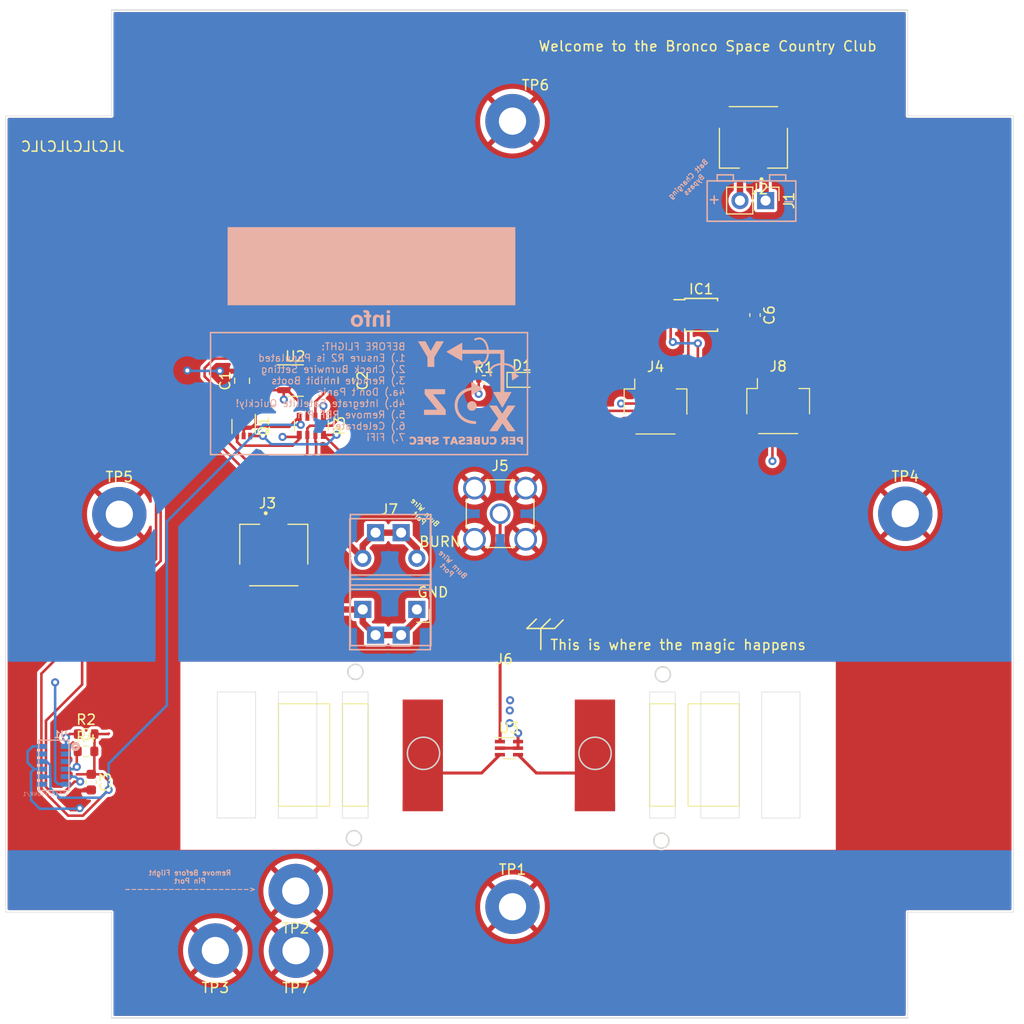
<source format=kicad_pcb>
(kicad_pcb (version 20221018) (generator pcbnew)
  (layers (0 "F.Cu" signal) (1 "In1.Cu" signal) (2 "In2.Cu" signal) (31 "B.Cu" signal) (34 "B.Paste" user) (35 "F.Paste" user) (36 "B.SilkS" user "B.Silkscreen") (37 "F.SilkS" user "F.Silkscreen") (38 "B.Mask" user) (39 "F.Mask" user) (44 "Edge.Cuts" user))
  (net 0 "")
  (net 1 "GND")
  (net 2 "SDA1")
  (net 3 "Net-(J5-In)")
  (net 4 "Net-(J6-tape_1)")
  (net 5 "Net-(J6-tape_2)")
  (net 6 "Net-(J3-Pin_1)")
  (net 7 "/BATT_NEG")
  (net 8 "+3V3")
  (net 9 "2.8V")
  (net 11 "Net-(D1-A)")
  (net 12 "/BATT_POS")
  (net 13 "Net-(J3-Pin_2)")
  (net 14 "/SCL_3V")
  (net 15 "/SDA_3V")
  (net 16 "SCL1")
  (net 17 "/GPIO")
  (net 18 "/XSHUT_2.8V")
  (footprint "Resistor_SMD:R_0603_1608Metric" (layer "F.Cu") (at 123.5208 135.7694)
    (fp_text reference "R4")
    (fp_text value "10K")
  )
  (footprint "Antenna_board:Burn_Wire" (layer "F.Cu") (at 154.4858 107.4844)
    (fp_text reference "J7")
    (fp_text value "~")
  )
  (footprint "RF_Converter:Balun_Johanson_0896BM15A0001" (layer "F.Cu") (at 165.4858 135.4494)
    (fp_text reference "U3")
    (fp_text value "0433BM15A0001")
  )
  (footprint "MountingHole:MountingHole_2.7mm_M2.5_Pad" (layer "F.Cu") (at 136.355798 155.5294 180)
    (fp_text reference "TP3")
    (fp_text value "TestPoint")
  )
  (footprint "Picolock2Pos:MOLEX_504050-0291" (layer "F.Cu") (at 189.740798 74.8494 180)
    (fp_text reference "J2")
    (fp_text value "Battery Charge Bypass")
  )
  (footprint "LED_SMD:LED_0603_1608Metric" (layer "F.Cu") (at 166.7783 98.9094)
    (fp_text reference "D1")
    (fp_text value "Blue")
  )
  (footprint "Connector_PinHeader_2.54mm:PinHeader_1x02_P2.54mm_Vertical" (layer "F.Cu") (at 190.9458 81.1194 -90)
    (fp_text reference "J1")
    (fp_text value "Battery Charge Bypass")
  )
  (footprint "Capacitor_SMD:C_0805_2012Metric" (layer "F.Cu") (at 149.2758 98.9894 -90)
    (fp_text reference "C2")
    (fp_text value "10uF")
  )
  (footprint "Capacitor_SMD:C_0805_2012Metric" (layer "F.Cu") (at 139.0058 98.9994 90)
    (fp_text reference "C1")
    (fp_text value "10uF")
  )
  (footprint "MountingHole:MountingHole_2.7mm_M2.5_Pad" (layer "F.Cu") (at 144.3558 155.5494 180)
    (fp_text reference "TP7")
    (fp_text value "TestPoint")
  )
  (footprint "Connector_JST:JST_SH_SM04B-SRSS-TB_1x04-1MP_P1.00mm_Horizontal" (layer "F.Cu") (at 192.1958 101.5544)
    (fp_text reference "J8")
    (fp_text value "Breakout")
  )
  (footprint "MountingHole:MountingHole_2.7mm_M2.5_Pad" (layer "F.Cu") (at 144.327277 149.625673 180)
    (fp_text reference "TP2")
    (fp_text value "TestPoint")
  )
  (footprint "MountingHole:MountingHole_2.7mm_M2.5_Pad" (layer "F.Cu") (at 126.8258 112.2394)
    (fp_text reference "TP5")
    (fp_text value "TestPoint")
  )
  (footprint "MountingHole:MountingHole_2.7mm_M2.5_Pad" (layer "F.Cu") (at 165.8358 73.2394)
    (fp_text reference "TP6")
    (fp_text value "TestPoint")
  )
  (footprint "Picolock2Pos:MOLEX_504050-0291" (layer "F.Cu") (at 142.1508 116.2894)
    (fp_text reference "J3")
    (fp_text value "Burn_Wire")
  )
  (footprint "Package_TO_SOT_SMD:SOT-23-5" (layer "F.Cu") (at 144.2783 98.9794)
    (fp_text reference "U2")
    (fp_text value "LP5907-2.8V")
  )
  (footprint "Antenna_board:Tape_Measure_Antenna" (layer "F.Cu") (at 165.0158 127.1294)
    (fp_text reference "J6")
    (fp_text value "~")
    (fp_line (start -28.4884 15.2476) (end -24.6642 15.2476) (stroke (width 0.05)) (layer "Edge.Cuts"))
    (fp_line (start -28.4742 2.7476) (end -28.4884 15.2476) (stroke (width 0.05)) (layer "Edge.Cuts"))
    (fp_line (start -24.6642 2.7524) (end -28.4742 2.7476) (stroke (width 0.05)) (layer "Edge.Cuts"))
    (fp_line (start -24.6642 15.2476) (end -24.6642 2.7524) (stroke (width 0.05)) (layer "Edge.Cuts"))
    (fp_line (start -22.4142 15.25) (end -18.59 15.25) (stroke (width 0.05)) (layer "Edge.Cuts"))
    (fp_line (start -22.4 2.75) (end -22.4142 15.25) (stroke (width 0.05)) (layer "Edge.Cuts"))
    (fp_line (start -18.59 2.7548) (end -22.4 2.75) (stroke (width 0.05)) (layer "Edge.Cuts"))
    (fp_line (start -18.59 15.25) (end -18.59 2.7548) (stroke (width 0.05)) (layer "Edge.Cuts"))
    (fp_line (start -16.05 2.75) (end -13.51 2.75) (stroke (width 0.05)) (layer "Edge.Cuts"))
    (fp_line (start -16.05 15.25) (end -16.05 2.75) (stroke (width 0.05)) (layer "Edge.Cuts"))
    (fp_line (start -13.51 2.75) (end -13.51 15.25) (stroke (width 0.05)) (layer "Edge.Cuts"))
    (fp_line (start -13.51 15.25) (end -16.05 15.25) (stroke (width 0.05)) (layer "Edge.Cuts"))
    (fp_line (start 14.43 2.75) (end 14.43 15.25) (stroke (width 0.05)) (layer "Edge.Cuts"))
    (fp_line (start 14.43 15.25) (end 16.97 15.25) (stroke (width 0.05)) (layer "Edge.Cuts"))
    (fp_line (start 16.97 2.75) (end 14.43 2.75) (stroke (width 0.05)) (layer "Edge.Cuts"))
    (fp_line (start 16.97 15.25) (end 16.97 2.75) (stroke (width 0.05)) (layer "Edge.Cuts"))
    (fp_line (start 19.51 2.75) (end 19.51 15.25) (stroke (width 0.05)) (layer "Edge.Cuts"))
    (fp_line (start 19.51 15.25) (end 23.32 15.25) (stroke (width 0.05)) (layer "Edge.Cuts"))
    (fp_line (start 23.32 2.75) (end 19.51 2.75) (stroke (width 0.05)) (layer "Edge.Cuts"))
    (fp_line (start 23.32 15.25) (end 23.32 2.75) (stroke (width 0.05)) (layer "Edge.Cuts"))
    (fp_line (start 25.5358 2.75) (end 25.5358 15.25) (stroke (width 0.05)) (layer "Edge.Cuts"))
    (fp_line (start 25.5358 15.25) (end 29.3458 15.25) (stroke (width 0.05)) (layer "Edge.Cuts"))
    (fp_line (start 29.3458 2.75) (end 25.5358 2.75) (stroke (width 0.05)) (layer "Edge.Cuts"))
    (fp_line (start 29.3458 15.25) (end 29.3458 2.75) (stroke (width 0.05)) (layer "Edge.Cuts"))
    (fp_circle (center -14.9142 17.25) (end -15.6642 17.25) (stroke (width 0.15)) (fill none) (layer "Edge.Cuts"))
    (fp_circle (center -14.7642 0.75) (end -14.0142 0.75) (stroke (width 0.15)) (fill none) (layer "Edge.Cuts"))
    (fp_circle (center -8.008 8.8348) (end -6.408 8.8348) (stroke (width 0.15)) (fill none) (layer "Edge.Cuts"))
    (fp_circle (center 9.01 8.834801) (end 10.61 8.834801) (stroke (width 0.15)) (fill none) (layer "Edge.Cuts"))
    (fp_circle (center 15.5858 17.5) (end 16.3358 17.5) (stroke (width 0.15)) (fill none) (layer "Edge.Cuts"))
    (fp_circle (center 15.7358 1) (end 16.4858 1) (stroke (width 0.15)) (fill none) (layer "Edge.Cuts"))
  )
  (footprint "Package_SO:TSSOP-8_3x3mm_P0.65mm" (layer "F.Cu") (at 184.5558 92.4544)
    (fp_text reference "IC1")
    (fp_text value "PCT2075DP,118")
  )
  (footprint "MountingHole:MountingHole_2.7mm_M2.5_Pad" (layer "F.Cu") (at 165.8358 151.1894)
    (fp_text reference "TP1")
    (fp_text value "TestPoint")
  )
  (footprint "MountingHole:MountingHole_2.7mm_M2.5_Pad" (layer "F.Cu") (at 204.8058 112.1894)
    (fp_text reference "TP4")
    (fp_text value "TestPoint")
  )
  (footprint "Resistor_SMD:R_0603_1608Metric" (layer "F.Cu") (at 123.5358 134.0494)
    (fp_text reference "R2")
    (fp_text value "10K")
  )
  (footprint "Capacitor_SMD:C_0603_1608Metric" (layer "F.Cu") (at 124.0358 138.8194 -90)
    (fp_text reference "C3")
    (fp_text value "0.1uF")
  )
  (footprint "Connector_Coaxial:SMA_Amphenol_901-144_Vertical" (layer "F.Cu") (at 164.6058 112.1894)
    (fp_text reference "J5")
    (fp_text value "Conn_Coaxial")
  )
  (footprint "Capacitor_SMD:C_0603_1608Metric" (layer "F.Cu") (at 189.8958 92.4794 -90)
    (fp_text reference "C6")
    (fp_text value "100nf")
  )
  (footprint "Package_TO_SOT_SMD:SOT-363_SC-70-6" (layer "F.Cu") (at 139.159486 103.530224 -90)
    (fp_text reference "Q1")
    (fp_text value "BSS138")
  )
  (footprint "Resistor_SMD:R_Array_Convex_4x0603" (layer "F.Cu") (at 145.879484 103.470227 -90)
    (fp_text reference "R3")
    (fp_text value "10K")
  )
  (footprint "Resistor_SMD:R_0402_1005Metric" (layer "F.Cu") (at 162.9958 98.8694)
    (fp_text reference "R1")
    (fp_text value "1K")
  )
  (footprint "Connector_JST:JST_SH_SM04B-SRSS-TB_1x04-1MP_P1.00mm_Horizontal" (layer "F.Cu") (at 180.0258 101.5944)
    (fp_text reference "J4")
    (fp_text value "Breakout")
  )
  (footprint "LOGO" (layer "F.Cu") (at 186.937277 157.595673)
    (fp_text reference "G***" hide)
    (fp_text value "LOGO" hide)
  )
  (footprint "LOGO" (layer "B.Cu") (at 159.9758 120.7794 180)
    (fp_text reference "G***" hide)
    (fp_text value "LOGO" hide)
  )
  (footprint "mainboard:board_info_block" (layer "B.Cu") (at 151.8458 88.7094 180)
    (fp_text reference "REF**" hide)
    (fp_text value "VAL**" hide)
  )
  (footprint "LOGO" (layer "B.Cu") (at 191.5458 70.7194 180)
    (fp_text reference "G***" hide)
    (fp_text value "LOGO" hide)
  )
  (footprint "LOGO" (layer "B.Cu") (at 194.3008 94.8694 180)
    (fp_text reference "G***" hide)
    (fp_text value "LOGO" hide)
  )
  (footprint "Adafruit VL6180 Time of Flight Sensor:VL6180" (layer "B.Cu") (at 120.3258 137.1544 180)
    (fp_text reference "U1")
    (fp_text value "VL6180XV0NR/1")
  )
  (footprint "LOGO" (layer "B.Cu") (at 175.8508 90.1944 180)
    (fp_text reference "G***" hide)
    (fp_text value "LOGO" hide)
  )
  (footprint "mainboard:XYZ_cubesat-top" (layer "B.Cu") (at 161.3258 100.4194 180)
    (fp_text reference "REF**" hide)
    (fp_text value "Val**" hide)
  )
  (footprint "LOGO" (layer "B.Cu") (at 177.4958 152.8694 180)
    (fp_text reference "G***" hide)
    (fp_text value "LOGO" hide)
  )
  (footprint "LOGO" (layer "B.Cu") (at 176.0008 100.3694 180)
    (fp_text reference "G***" hide)
    (fp_text value "LOGO" hide)
  )
  (footprint "LOGO" (layer "B.Cu") (at 190.9958 154.1194 180)
    (fp_text reference "G***" hide)
    (fp_text value "LOGO" hide)
  )
  (gr_line (start 149.7458 118.2694) (end 149.7458 119.2694) (stroke (width 0.15)) (layer "B.SilkS"))
  (gr_line (start 135.8758 94.2194) (end 135.8758 106.321881) (stroke (width 0.15)) (layer "B.SilkS"))
  (gr_line (start 192.9458 78.5694) (end 191.3458 78.5694) (stroke (width 0.15)) (layer "B.SilkS"))
  (gr_line (start 192.9458 79.1694) (end 192.9458 78.5694) (stroke (width 0.15)) (layer "B.SilkS"))
  (gr_line (start 191.3458 78.5694) (end 191.3458 79.1694) (stroke (width 0.15)) (layer "B.SilkS"))
  (gr_line (start 186.1458 78.5694) (end 187.7458 78.5694) (stroke (width 0.15)) (layer "B.SilkS"))
  (gr_line (start 187.7458 78.5694) (end 187.7458 79.1694) (stroke (width 0.15)) (layer "B.SilkS"))
  (gr_line (start 157.7458 112.2694) (end 157.7458 125.2694) (stroke (width 0.15)) (layer "B.SilkS"))
  (gr_line (start 157.7458 118.2694) (end 149.7458 118.2694) (stroke (width 0.15)) (layer "B.SilkS"))
  (gr_line (start 191.3458 79.1694) (end 186.1458 79.1694) (stroke (width 0.15)) (layer "B.SilkS"))
  (gr_line (start 157.7458 125.2694) (end 149.7458 125.2694) (stroke (width 0.15)) (layer "B.SilkS"))
  (gr_line (start 149.7458 125.2694) (end 149.7458 112.2694) (stroke (width 0.15)) (layer "B.SilkS"))
  (gr_line (start 149.7458 112.2694) (end 157.7458 112.2694) (stroke (width 0.15)) (layer "B.SilkS"))
  (gr_line (start 186.1458 79.1694) (end 186.1458 78.5694) (stroke (width 0.15)) (layer "B.SilkS"))
  (gr_line (start 135.8758 94.2194) (end 167.3258 94.2194) (stroke (width 0.15)) (layer "B.SilkS"))
  (gr_line (start 167.3258 94.2194) (end 167.3258 106.311881) (stroke (width 0.15)) (layer "B.SilkS"))
  (gr_line (start 135.8758 106.321881) (end 167.3258 106.321881) (stroke (width 0.15)) (layer "B.SilkS"))
  (gr_line (start 149.7458 119.2694) (end 157.7458 119.2694) (stroke (width 0.15)) (layer "B.SilkS"))
  (gr_line (start 193.9458 83.1694) (end 193.9458 79.1694) (stroke (width 0.15)) (layer "B.SilkS"))
  (gr_line (start 185.1458 79.1694) (end 185.1458 83.1694) (stroke (width 0.15)) (layer "B.SilkS"))
  (gr_line (start 193.9458 79.1694) (end 185.1458 79.1694) (stroke (width 0.15)) (layer "B.SilkS"))
  (gr_line (start 185.1458 83.1694) (end 193.9458 83.1694) (stroke (width 0.15)) (layer "B.SilkS"))
  (gr_line (start 168.6458 125.6644) (end 168.6458 123.5744) (stroke (width 0.15)) (layer "F.SilkS"))
  (gr_line (start 167.2658 123.5744) (end 168.1958 122.6444) (stroke (width 0.15)) (layer "F.SilkS"))
  (gr_line (start 168.6458 123.5744) (end 169.5758 122.6444) (stroke (width 0.15)) (layer "F.SilkS"))
  (gr_line (start 168.6458 123.5744) (end 170.0058 123.5744) (stroke (width 0.15)) (layer "F.SilkS"))
  (gr_line (start 170.0158 123.5744) (end 170.8558 122.7344) (stroke (width 0.15)) (layer "F.SilkS"))
  (gr_line (start 168.6458 123.5744) (end 167.2658 123.5744) (stroke (width 0.15)) (layer "F.SilkS"))
  (gr_line (start 215.5462 72.7172) (end 215.5462 151.7172) (stroke (width 0.05)) (layer "Edge.Cuts"))
  (gr_line (start 126.0462 62.2172) (end 140.1458 62.2172) (stroke (width 0.1)) (layer "Edge.Cuts"))
  (gr_line (start 126.0462 162.2172) (end 126.0462 151.7172) (stroke (width 0.05)) (layer "Edge.Cuts"))
  (gr_line (start 205.0462 62.2172) (end 205.0462 72.7172) (stroke (width 0.05)) (layer "Edge.Cuts"))
  (gr_line (start 205.0462 162.2172) (end 126.0462 162.2172) (stroke (width 0.1)) (layer "Edge.Cuts"))
  (gr_line (start 126.0462 72.7172) (end 126.0462 62.2172) (stroke (width 0.05)) (layer "Edge.Cuts"))
  (gr_line (start 215.5462 151.7172) (end 205.0462 151.7172) (stroke (width 0.05)) (layer "Edge.Cuts"))
  (gr_line (start 205.0462 72.7172) (end 215.5462 72.7172) (stroke (width 0.05)) (layer "Edge.Cuts"))
  (gr_line (start 115.5462 151.7172) (end 115.5462 72.7172) (stroke (width 0.05)) (layer "Edge.Cuts"))
  (gr_line (start 126.0462 151.7172) (end 115.5462 151.7172) (stroke (width 0.05)) (layer "Edge.Cuts"))
  (gr_line (start 205.0462 62.2172) (end 151.8458 62.2172) (stroke (width 0.1)) (layer "Edge.Cuts"))
  (gr_line (start 205.0462 151.7172) (end 205.0462 162.2172) (stroke (width 0.05)) (layer "Edge.Cuts"))
  (gr_line (start 140.6383 62.2194) (end 140.1458 62.2172) (stroke (width 0.1)) (layer "Edge.Cuts"))
  (gr_line (start 140.6383 62.2194) (end 151.8458 62.2172) (stroke (width 0.1)) (layer "Edge.Cuts"))
  (gr_line (start 115.5462 72.7172) (end 126.0462 72.7172) (stroke (width 0.05)) (layer "Edge.Cuts"))
  (gr_text "3PySquared Antenna Development Board \nV1\nMichael Pham | Nicole Maggard | Ernesto Montes\n" (at 146.4158 66.2694) (layer "F.Cu") (effects (font (size 1 1))))
  (gr_text "Remove Before Flight\nPin Port\n<--------------------" (at 133.8358 148.6294) (layer "B.SilkS") (effects (font (size 0.5 0.5) (thickness 0.1)) (justify mirror)))
  (gr_text "BEFORE FLIGHT:\n1.) Ensure R2 is Populated\n2.) Check Burnwire Setting\n3.) Remove Inhibit Boots\n4a.) Don't Panic\n4b.) Integrate Satellite Quickly!\n5.) Remove RBF Pin\n6.) Celebrate! \n7.) FiFi" (at 155.2758 100.1194) (layer "B.SilkS") (effects (font (size 0.7 0.7) (thickness 0.1)) (justify left mirror)))
  (gr_text "-" (at 193.2458 81.1694) (layer "B.SilkS") (effects (font (size 1 1)) (justify mirror)))
  (gr_text "Batt Charging\nBypass" (at 183.5458 79.2694 45) (layer "B.SilkS") (effects (font (size 0.5 0.5) (thickness 0.1)) (justify mirror)))
  (gr_text "+\n" (at 185.8458 80.9694) (layer "B.SilkS") (effects (font (size 1 1)) (justify mirror)))
  (gr_text "Burn Wire\nPort" (at 159.6258 117.4994 315) (layer "B.SilkS") (effects (font (size 0.5 0.5) (thickness 0.1)) (justify mirror)))
  (gr_text "Welcome to the Bronco Space Country Club" (at 185.1958 65.8094) (layer "F.SilkS") (effects (font (size 1 1))))
  (gr_text "JLCJLCJLCJLC" (at 122.2058 75.7594) (layer "F.SilkS") (effects (font (size 1 1)) (justify mirror)))
  (gr_text "This is where the magic happens" (at 182.2658 125.1994) (layer "F.SilkS") (effects (font (size 1 1))))
  (segment (start 164.5858 135.4494) (end 166.3858 135.4494) (width 0.3) (layer "F.Cu") (net 1))
  (segment (start 136.8258 98.0494) (end 136.7958 98.0194) (width 0.254) (layer "F.Cu") (net 1))
  (segment (start 124.0358 139.5944) (end 122.922039 139.5944) (width 0.254) (layer "F.Cu") (net 1))
  (segment (start 122.922039 139.5944) (end 122.183539 140.3329) (width 0.254) (layer "F.Cu") (net 1))
  (segment (start 166.3858 133.9694) (end 166.3958 133.9594) (width 0.3) (layer "F.Cu") (net 1))
  (segment (start 166.3858 134.7994) (end 166.3858 133.9694) (width 0.3) (layer "F.Cu") (net 1))
  (segment (start 139.0058 98.0494) (end 136.8258 98.0494) (width 0.254) (layer "F.Cu") (net 1))
  (segment (start 166.3858 134.7994) (end 166.3858 135.4494) (width 0.3) (layer "F.Cu") (net 1))
  (via (at 166.3958 133.9594) (size 0.8) (drill 0.4) (layers "F.Cu" "B.Cu") (net 1))
  (via (at 165.5958 130.6994) (size 0.8) (drill 0.4) (layers "F.Cu" "B.Cu") (net 1))
  (via (at 122.897421 141.398978) (size 0.8) (drill 0.4) (layers "F.Cu" "B.Cu") (net 1))
  (via (at 165.5658 131.7094) (size 0.8) (drill 0.4) (layers "F.Cu" "B.Cu") (net 1))
  (via (at 165.5558 132.9694) (size 0.8) (drill 0.4) (layers "F.Cu" "B.Cu") (net 1))
  (via (at 133.5758 97.9794) (size 0.8) (drill 0.4) (layers "F.Cu" "B.Cu") (net 1))
  (via (at 136.7958 98.0194) (size 0.8) (drill 0.4) (layers "F.Cu" "B.Cu") (net 1))
  (segment (start 117.7258 135.7794) (end 118.2258 135.2794) (width 0.254) (layer "B.Cu") (net 1))
  (segment (start 118.2258 135.2794) (end 119.1258 135.2794) (width 0.254) (layer "B.Cu") (net 1))
  (segment (start 118.3718 137.5294) (end 117.7258 136.8834) (width 0.254) (layer "B.Cu") (net 1))
  (segment (start 117.7258 136.8834) (end 117.7258 135.7794) (width 0.254) (layer "B.Cu") (net 1))
  (segment (start 118.0658 140.5894) (end 118.0658 137.8354) (width 0.254) (layer "B.Cu") (net 1))
  (segment (start 122.894919 141.4594) (end 118.9358 141.4594) (width 0.254) (layer "B.Cu") (net 1))
  (segment (start 118.3718 137.5294) (end 119.1258 137.5294) (width 0.254) (layer "B.Cu") (net 1))
  (segment (start 118.9358 141.4594) (end 118.0658 140.5894) (width 0.254) (layer "B.Cu") (net 1))
  (segment (start 118.0658 137.8354) (end 118.3718 137.5294) (width 0.254) (layer "B.Cu") (net 1))
  (segment (start 133.6158 98.0194) (end 133.5758 97.9794) (width 0.254) (layer "B.Cu") (net 1))
  (segment (start 136.7958 98.0194) (end 133.6158 98.0194) (width 0.254) (layer "B.Cu") (net 1))
  (segment (start 145.479484 103.716227) (end 145.479484 104.370227) (width 0.254) (layer "F.Cu") (net 2))
  (segment (start 183.2828 96.38782) (end 183.2828 91.7764) (width 0.254) (layer "F.Cu") (net 2))
  (segment (start 138.509486 102.580224) (end 138.509486 103.135714) (width 0.254) (layer "F.Cu") (net 2))
  (segment (start 185.3358 90.2094) (end 190.5958 90.2094) (width 0.254) (layer "F.Cu") (net 2))
  (segment (start 138.509486 103.135714) (end 137.3258 104.3194) (width 0.254) (layer "F.Cu") (net 2))
  (segment (start 180.5258 100.04398) (end 178.584379 101.985401) (width 0.254) (layer "F.Cu") (net 2))
  (segment (start 149.389799 101.985401) (end 147.9158 103.4594) (width 0.254) (layer "F.Cu") (net 2))
  (segment (start 145.479484 106.215716) (end 145.479484 104.370227) (width 0.254) (layer "F.Cu") (net 2))
  (segment (start 137.3258 104.7894) (end 139.3158 106.7794) (width 0.254) (layer "F.Cu") (net 2))
  (segment (start 139.3158 106.7794) (end 144.9158 106.7794) (width 0.254) (layer "F.Cu") (net 2))
  (segment (start 184.0658 91.4794) (end 185.3358 90.2094) (width 0.254) (layer "F.Cu") (net 2))
  (segment (start 182.4058 91.4794) (end 184.0658 91.4794) (width 0.254) (layer "F.Cu") (net 2))
  (segment (start 137.3258 104.3194) (end 137.3258 104.7894) (width 0.254) (layer "F.Cu") (net 2))
  (segment (start 182.9858 91.4794) (end 182.4058 91.4794) (width 0.254) (layer "F.Cu") (net 2))
  (segment (start 180.5258 99.5944) (end 180.5258 99.14482) (width 0.254) (layer "F.Cu") (net 2))
  (segment (start 180.5258 99.14482) (end 183.2828 96.38782) (width 0.254) (layer "F.Cu") (net 2))
  (segment (start 144.9158 106.7794) (end 145.479484 106.215716) (width 0.254) (layer "F.Cu") (net 2))
  (segment (start 147.9158 103.4594) (end 145.736311 103.4594) (width 0.254) (layer "F.Cu") (net 2))
  (segment (start 178.584379 101.985401) (end 149.389799 101.985401) (width 0.254) (layer "F.Cu") (net 2))
  (segment (start 180.5258 99.5944) (end 180.5258 100.04398) (width 0.254) (layer "F.Cu") (net 2))
  (segment (start 192.6958 92.3094) (end 192.6958 99.5544) (width 0.254) (layer "F.Cu") (net 2))
  (segment (start 145.736311 103.4594) (end 145.479484 103.716227) (width 0.254) (layer "F.Cu") (net 2))
  (segment (start 190.5958 90.2094) (end 192.6958 92.3094) (width 0.254) (layer "F.Cu") (net 2))
  (segment (start 183.2828 91.7764) (end 182.9858 91.4794) (width 0.254) (layer "F.Cu") (net 2))
  (segment (start 164.6058 112.1894) (end 164.6058 134.7794) (width 0.3) (layer "F.Cu") (net 3))
  (segment (start 164.6058 134.7794) (end 164.5858 134.7994) (width 0.3) (layer "F.Cu") (net 3))
  (segment (start 156.338923 137.916734) (end 156.131035 137.708846) (width 0.3) (layer "F.Cu") (net 4))
  (segment (start 164.5858 136.0994) (end 162.768466 137.916734) (width 0.3) (layer "F.Cu") (net 4))
  (segment (start 162.768466 137.916734) (end 156.338923 137.916734) (width 0.3) (layer "F.Cu") (net 4))
  (segment (start 168.203135 137.916735) (end 174.0158 137.916735) (width 0.3) (layer "F.Cu") (net 5))
  (segment (start 166.3858 136.0994) (end 168.203135 137.916735) (width 0.3) (layer "F.Cu") (net 5))
  (segment (start 150.9758 116.6094) (end 150.9758 115.3394) (width 0.635) (layer "F.Cu") (net 6))
  (segment (start 146.7758 111.4094) (end 146.7958 111.3894) (width 0.635) (layer "F.Cu") (net 6))
  (segment (start 141.4008 113.2494) (end 141.4008 111.9744) (width 0.635) (layer "F.Cu") (net 6))
  (segment (start 141.9658 111.4094) (end 146.7758 111.4094) (width 0.635) (layer "F.Cu") (net 6))
  (segment (start 148.1758 112.7694) (end 148.1758 113.8094) (width 0.635) (layer "F.Cu") (net 6))
  (segment (start 156.3458 115.6294) (end 154.7858 114.0694) (width 0.635) (layer "F.Cu") (net 6))
  (segment (start 152.2458 114.0694) (end 154.7858 114.0694) (width 0.635) (layer "F.Cu") (net 6))
  (segment (start 156.3458 116.6094) (end 156.3458 115.6294) (width 0.635) (layer "F.Cu") (net 6))
  (segment (start 150.9858 116.5944) (end 150.4315 116.5944) (width 0.635) (layer "F.Cu") (net 6))
  (segment (start 150.9758 115.3394) (end 152.2458 114.0694) (width 0.635) (layer "F.Cu") (net 6))
  (segment (start 141.4008 111.9744) (end 141.9658 111.4094) (width 0.635) (layer "F.Cu") (net 6))
  (segment (start 148.1758 113.8094) (end 150.9758 116.6094) (width 0.635) (layer "F.Cu") (net 6))
  (segment (start 146.7958 111.3894) (end 148.1758 112.7694) (width 0.635) (layer "F.Cu") (net 6))
  (segment (start 190.9458 81.1194) (end 190.9458 78.344402) (width 0.635) (layer "F.Cu") (net 7))
  (segment (start 190.9458 78.344402) (end 190.490798 77.8894) (width 0.635) (layer "F.Cu") (net 7))
  (segment (start 186.7058 91.4794) (end 189.6708 91.4794) (width 0.254) (layer "F.Cu") (net 8))
  (segment (start 189.6708 91.4794) (end 189.8958 91.7044) (width 0.254) (layer "F.Cu") (net 8))
  (segment (start 143.1408 100.8644) (end 143.1458 100.8694) (width 0.254) (layer "F.Cu") (net 8))
  (segment (start 145.479484 101.916227) (end 145.479484 102.570227) (width 0.254) (layer "F.Cu") (net 8))
  (segment (start 162.4858 98.8694) (end 162.4858 100.2894) (width 0.254) (layer "F.Cu") (net 8))
  (segment (start 143.52788 99.9294) (end 143.1408 99.9294) (width 0.254) (layer "F.Cu") (net 8))
  (segment (start 144.1303 98.63182) (end 144.1303 99.32698) (width 0.254) (layer "F.Cu") (net 8))
  (segment (start 191.6958 92.8594) (end 190.5408 91.7044) (width 0.254) (layer "F.Cu") (net 8))
  (segment (start 179.5258 100.04398) (end 178.310879 101.258901) (width 0.254) (layer "F.Cu") (net 8))
  (segment (start 162.4858 100.2894) (end 162.4758 100.2994) (width 0.254) (layer "F.Cu") (net 8))
  (segment (start 143.1408 99.9294) (end 143.1408 100.8644) (width 0.254) (layer "F.Cu") (net 8))
  (segment (start 191.6958 99.5544) (end 191.6958 92.8594) (width 0.254) (layer "F.Cu") (net 8))
  (segment (start 147.079484 101.493084) (end 147.0758 101.4894) (width 0.254) (layer "F.Cu") (net 8))
  (segment (start 139.0258 99.9294) (end 139.0058 99.9494) (width 0.254) (layer "F.Cu") (net 8))
  (segment (start 143.52788 98.0294) (end 144.1303 98.63182) (width 0.254) (layer "F.Cu") (net 8))
  (segment (start 143.1408 99.9294) (end 139.0258 99.9294) (width 0.254) (layer "F.Cu") (net 8))
  (segment (start 178.310879 101.258901) (end 176.6058 101.258901) (width 0.254) (layer "F.Cu") (net 8))
  (segment (start 144.1303 99.32698) (end 143.52788 99.9294) (width 0.254) (layer "F.Cu") (net 8))
  (segment (start 191.6258 106.9694) (end 191.6258 99.6244) (width 0.254) (layer "F.Cu") (net 8))
  (segment (start 143.1408 99.9294) (end 143.492657 99.9294) (width 0.254) (layer "F.Cu") (net 8))
  (segment (start 143.1408 98.0294) (end 143.52788 98.0294) (width 0.254) (layer "F.Cu") (net 8))
  (segment (start 143.492657 99.9294) (end 145.479484 101.916227) (width 0.254) (layer "F.Cu") (net 8))
  (segment (start 147.079484 102.570227) (end 147.079484 101.493084) (width 0.254) (layer "F.Cu") (net 8))
  (segment (start 191.6258 99.6244) (end 191.6958 99.5544) (width 0.254) (layer "F.Cu") (net 8))
  (segment (start 179.5258 99.5944) (end 179.5258 100.04398) (width 0.254) (layer "F.Cu") (net 8))
  (segment (start 190.5408 91.7044) (end 189.8958 91.7044) (width 0.254) (layer "F.Cu") (net 8))
  (via (at 191.6258 106.9694) (size 0.8) (drill 0.4) (layers "F.Cu" "B.Cu") (net 8))
  (via (at 147.0758 101.4894) (size 0.8) (drill 0.4) (layers "F.Cu" "B.Cu") (net 8))
  (via (at 176.6058 101.258901) (size 0.8) (drill 0.4) (layers "F.Cu" "B.Cu") (net 8))
  (via (at 143.1458 100.8694) (size 0.8) (drill 0.4) (layers "F.Cu" "B.Cu") (net 8))
  (via (at 162.4758 100.2994) (size 0.8) (drill 0.4) (layers "F.Cu" "B.Cu") (net 8))
  (segment (start 124.3458 137.7344) (end 124.0358 138.0444) (width 0.254) (layer "F.Cu") (net 9))
  (segment (start 149.2758 98.0394) (end 149.2658 98.0294) (width 0.254) (layer "F.Cu") (net 9))
  (segment (start 139.159486 104.480224) (end 139.159486 103.901224) (width 0.254) (layer "F.Cu") (net 9))
  (segment (start 124.3608 134.0494) (end 125.7358 134.0494) (width 0.254) (layer "F.Cu") (net 9))
  (segment (start 125.7358 134.0494) (end 125.7858 133.9994) (width 0.254) (layer "F.Cu") (net 9))
  (segment (start 135.2858 97.7394) (end 135.2858 98.5694) (width 0.254) (layer "F.Cu") (net 9))
  (segment (start 124.3608 135.7544) (end 124.3458 135.7694) (width 0.254) (layer "F.Cu") (net 9))
  (segment (start 145.4158 98.0294) (end 144.1858 96.7994) (width 0.254) (layer "F.Cu") (net 9))
  (segment (start 140.336486 103.232224) (end 140.336486 101.886172) (width 0.254) (layer "F.Cu") (net 9))
  (segment (start 137.777747 100.9654) (end 130.4718 108.271347) (width 0.254) (layer "F.Cu") (net 9))
  (segment (start 144.679484 102.570227) (end 143.680311 103.5694) (width 0.254) (layer "F.Cu") (net 9))
  (segment (start 130.4718 116.681348) (end 119.0918 128.061347) (width 0.254) (layer "F.Cu") (net 9))
  (segment (start 143.680311 103.5694) (end 139.159486 103.5694) (width 0.254) (layer "F.Cu") (net 9))
  (segment (start 124.3458 135.7694) (end 124.3458 137.7344) (width 0.254) (layer "F.Cu") (net 9))
  (segment (start 130.4718 108.271347) (end 130.4718 116.681348) (width 0.254) (layer "F.Cu") (net 9))
  (segment (start 149.2658 98.0294) (end 147.2158 98.0294) (width 0.254) (layer "F.Cu") (net 9))
  (segment (start 139.415714 100.9654) (end 137.777747 100.9654) (width 0.254) (layer "F.Cu") (net 9))
  (segment (start 144.1858 96.7994) (end 136.2258 96.7994) (width 0.254) (layer "F.Cu") (net 9))
  (segment (start 124.0358 138.0444) (end 122.631644 138.0444) (width 0.254) (layer "F.Cu") (net 9))
  (segment (start 146.279484 101.085716) (end 147.2158 100.1494) (width 0.254) (layer "F.Cu") (net 9))
  (segment (start 119.0918 139.487453) (end 121.753747 142.1494) (width 0.254) (layer "F.Cu") (net 9))
  (segment (start 136.2258 96.7994) (end 135.2858 97.7394) (width 0.254) (layer "F.Cu") (net 9))
  (segment (start 137.6818 100.9654) (end 137.777747 100.9654) (width 0.254) (layer "F.Cu") (net 9))
  (segment (start 119.0918 128.061347) (end 119.0918 139.487453) (width 0.254) (layer "F.Cu") (net 9))
  (segment (start 121.753747 142.1494) (end 123.2058 142.1494) (width 0.254) (layer "F.Cu") (net 9))
  (segment (start 125.7658 138.6994) (end 125.1108 138.0444) (width 0.254) (layer "F.Cu") (net 9))
  (segment (start 144.679484 103.224409) (end 144.8258 103.370725) (width 0.254) (layer "F.Cu") (net 9))
  (segment (start 125.7658 139.5894) (end 125.7658 138.6994) (width 0.254) (layer "F.Cu") (net 9))
  (segment (start 140.336486 101.886172) (end 139.415714 100.9654) (width 0.254) (layer "F.Cu") (net 9))
  (segment (start 124.3608 134.0494) (end 124.3608 135.7544) (width 0.254) (layer "F.Cu") (net 9))
  (segment (start 139.82631 103.7424) (end 140.336486 103.232224) (width 0.254) (layer "F.Cu") (net 9))
  (segment (start 147.2158 100.1494) (end 147.2158 98.0294) (width 0.254) (layer "F.Cu") (net 9))
  (segment (start 139.31831 103.7424) (end 139.82631 103.7424) (width 0.254) (layer "F.Cu") (net 9))
  (segment (start 139.159486 103.5694) (end 139.159486 102.580224) (width 0.254) (layer "F.Cu") (net 9))
  (segment (start 144.679484 102.570227) (end 144.679484 103.224409) (width 0.254) (layer "F.Cu") (net 9))
  (segment (start 139.159486 103.901224) (end 139.31831 103.7424) (width 0.254) (layer "F.Cu") (net 9))
  (segment (start 146.279484 102.570227) (end 146.279484 101.085716) (width 0.254) (layer "F.Cu") (net 9))
  (segment (start 122.631644 138.0444) (end 122.625302 138.038058) (width 0.254) (layer "F.Cu") (net 9))
  (segment (start 139.159486 104.480224) (end 139.159486 103.5694) (width 0.254) (layer "F.Cu") (net 9))
  (segment (start 125.1108 138.0444) (end 124.0358 138.0444) (width 0.254) (layer "F.Cu") (net 9))
  (segment (start 147.2158 98.0294) (end 145.4158 98.0294) (width 0.254) (layer "F.Cu") (net 9))
  (segment (start 135.2858 98.5694) (end 137.6818 100.9654) (width 0.254) (layer "F.Cu") (net 9))
  (segment (start 123.2058 142.1494) (end 125.7658 139.5894) (width 0.254) (layer "F.Cu") (net 9))
  (via (at 125.7658 139.5894) (size 0.8) (drill 0.4) (layers "F.Cu" "B.Cu") (net 9))
  (via (at 144.8258 103.370725) (size 0.8) (drill 0.4) (layers "F.Cu" "B.Cu") (net 9))
  (segment (start 124.96164 140.3694) (end 125.74164 139.5894) (width 0.254) (layer "B.Cu") (net 9))
  (segment (start 119.8798 138.2794) (end 119.9558 138.2034) (width 0.254) (layer "B.Cu") (net 9))
  (segment (start 131.5458 131.197547) (end 125.7658 136.977547) (width 0.254) (layer "B.Cu") (net 9))
  (segment (start 144.8258 103.370725) (end 141.136341 103.370725) (width 0.254) (layer "B.Cu") (net 9))
  (segment (start 119.6258 136.7794) (end 119.1258 136.7794) (width 0.254) (layer "B.Cu") (net 9))
  (segment (start 141.136341 103.370725) (end 131.5458 112.961266) (width 0.254) (layer "B.Cu") (net 9))
  (segment (start 119.8798 138.2794) (end 119.9958 138.3954) (width 0.254) (layer "B.Cu") (net 9))
  (segment (start 119.1258 138.2794) (end 119.8798 138.2794) (width 0.254) (layer "B.Cu") (net 9))
  (segment (start 119.9558 138.2034) (end 119.9558 137.1094) (width 0.254) (layer "B.Cu") (net 9))
  (segment (start 125.7658 136.977547) (end 125.7658 139.5894) (width 0.254) (layer "B.Cu") (net 9))
  (segment (start 125.74164 139.5894) (end 125.7658 139.5894) (width 0.254) (layer "B.Cu") (net 9))
  (segment (start 119.9958 139.4594) (end 120.9058 140.3694) (width 0.254) (layer "B.Cu") (net 9))
  (segment (start 119.9558 137.1094) (end 119.6258 136.7794) (width 0.254) (layer "B.Cu") (net 9))
  (segment (start 131.5458 112.961266) (end 131.5458 131.197547) (width 0.254) (layer "B.Cu") (net 9))
  (segment (start 120.9058 140.3694) (end 124.96164 140.3694) (width 0.254) (layer "B.Cu") (net 9))
  (segment (start 119.9958 138.3954) (end 119.9958 139.4594) (width 0.254) (layer "B.Cu") (net 9))
  (segment (start 165.9908 98.9094) (end 163.5458 98.9094) (width 0.254) (layer "F.Cu") (net 11))
  (segment (start 163.5458 98.9094) (end 163.5058 98.8694) (width 0.254) (layer "F.Cu") (net 11))
  (segment (start 188.4058 81.1194) (end 188.4058 78.474398) (width 0.635) (layer "F.Cu") (net 12))
  (segment (start 188.4058 78.474398) (end 188.990798 77.8894) (width 0.635) (layer "F.Cu") (net 12))
  (segment (start 156.3458 121.6894) (end 156.3458 122.6694) (width 0.635) (layer "F.Cu") (net 13))
  (segment (start 156.3458 122.6694) (end 154.7858 124.2294) (width 0.635) (layer "F.Cu") (net 13))
  (segment (start 152.2458 124.2294) (end 154.7858 124.2294) (width 0.635) (layer "F.Cu") (net 13))
  (segment (start 146.1958 121.6894) (end 150.9758 121.6894) (width 0.635) (layer "F.Cu") (net 13))
  (segment (start 142.9008 118.3944) (end 146.1958 121.6894) (width 0.635) (layer "F.Cu") (net 13))
  (segment (start 150.9758 122.9594) (end 152.2458 124.2294) (width 0.635) (layer "F.Cu") (net 13))
  (segment (start 150.9758 121.6894) (end 150.9758 122.9594) (width 0.635) (layer "F.Cu") (net 13))
  (segment (start 142.9008 113.2494) (end 142.9008 118.3944) (width 0.635) (layer "F.Cu") (net 13))
  (segment (start 122.944313 138.7709) (end 122.3943 138.7709) (width 0.254) (layer "F.Cu") (net 14))
  (segment (start 138.8158 107.4194) (end 145.1558 107.4194) (width 0.254) (layer "F.Cu") (net 14))
  (segment (start 130.9258 111.2094) (end 136.7658 105.3694) (width 0.254) (layer "F.Cu") (net 14))
  (segment (start 146.352484 106.222716) (end 146.352484 105.097227) (width 0.254) (layer "F.Cu") (net 14))
  (segment (start 145.1558 107.4194) (end 146.352484 106.222716) (width 0.254) (layer "F.Cu") (net 14))
  (segment (start 146.352484 105.097227) (end 146.279484 105.024227) (width 0.254) (layer "F.Cu") (net 14))
  (segment (start 119.5458 139.2994) (end 119.5458 132.7294) (width 0.254) (layer "F.Cu") (net 14))
  (segment (start 120.0658 139.8194) (end 119.5458 139.2994) (width 0.254) (layer "F.Cu") (net 14))
  (segment (start 139.227662 101.4194) (end 139.809486 102.001224) (width 0.254) (layer "F.Cu") (net 14))
  (segment (start 121.3458 139.8194) (end 120.0658 139.8194) (width 0.254) (layer "F.Cu") (net 14))
  (segment (start 123.1358 124.6594) (end 130.9258 116.8694) (width 0.254) (layer "F.Cu") (net 14))
  (segment (start 130.9258 116.8694) (end 130.9258 111.2094) (width 0.254) (layer "F.Cu") (net 14))
  (segment (start 137.9658 101.4194) (end 139.227662 101.4194) (width 0.254) (layer "F.Cu") (net 14))
  (segment (start 135.8558 104.4594) (end 135.8558 103.5294) (width 0.254) (layer "F.Cu") (net 14))
  (segment (start 122.3943 138.7709) (end 121.3458 139.8194) (width 0.254) (layer "F.Cu") (net 14))
  (segment (start 136.7658 105.3694) (end 135.8558 104.4594) (width 0.254) (layer "F.Cu") (net 14))
  (segment (start 139.809486 102.001224) (end 139.809486 102.580224) (width 0.254) (layer "F.Cu") (net 14))
  (segment (start 119.5458 132.7294) (end 123.1358 129.1394) (width 0.254) (layer "F.Cu") (net 14))
  (segment (start 135.8558 103.5294) (end 137.9658 101.4194) (width 0.254) (layer "F.Cu") (net 14))
  (segment (start 136.7658 105.3694) (end 138.8158 107.4194) (width 0.254) (layer "F.Cu") (net 14))
  (segment (start 123.1358 129.1394) (end 123.1358 124.6594) (width 0.254) (layer "F.Cu") (net 14))
  (segment (start 146.279484 105.024227) (end 146.279484 104.370227) (width 0.254) (layer "F.Cu") (net 14))
  (via (at 122.944313 138.7709) (size 0.8) (drill 0.4) (layers "F.Cu" "B.Cu") (net 14))
  (segment (start 122.452813 138.2794) (end 122.944313 138.7709) (width 0.254) (layer "B.Cu") (net 14))
  (segment (start 121.5258 138.2794) (end 122.452813 138.2794) (width 0.254) (layer "B.Cu") (net 14))
  (segment (start 144.679484 104.785716) (end 144.0258 105.4394) (width 0.254) (layer "F.Cu") (net 15))
  (segment (start 144.679484 104.370227) (end 144.679484 104.785716) (width 0.254) (layer "F.Cu") (net 15))
  (segment (start 144.480311 104.5694) (end 144.679484 104.370227) (width 0.254) (layer "F.Cu") (net 15))
  (segment (start 138.889662 105.4394) (end 138.509486 105.059224) (width 0.254) (layer "F.Cu") (net 15))
  (segment (start 143.0158 104.5694) (end 144.480311 104.5694) (width 0.254) (layer "F.Cu") (net 15))
  (segment (start 138.509486 105.059224) (end 138.509486 104.480224) (width 0.254) (layer "F.Cu") (net 15))
  (segment (start 144.0258 105.4394) (end 138.889662 105.4394) (width 0.254) (layer "F.Cu") (net 15))
  (via (at 143.0158 104.5694) (size 0.8) (drill 0.4) (layers "F.Cu" "B.Cu") (net 15))
  (via (at 120.4558 128.9194) (size 0.8) (drill 0.4) (layers "F.Cu" "B.Cu") (net 15))
  (segment (start 121.5258 139.0294) (end 120.7718 139.0294) (width 0.254) (layer "B.Cu") (net 15))
  (segment (start 120.4558 138.7134) (end 120.4558 128.9194) (width 0.254) (layer "B.Cu") (net 15))
  (segment (start 120.7718 139.0294) (end 120.4558 138.7134) (width 0.254) (layer "B.Cu") (net 15))
  (segment (start 193.6958 99.5544) (end 193.6958 92.0794) (width 0.254) (layer "F.Cu") (net 16))
  (segment (start 148.958657 106.2494) (end 147.079484 104.370227) (width 0.254) (layer "F.Cu") (net 16))
  (segment (start 181.7458 95.1594) (end 181.5288 94.9424) (width 0.254) (layer "F.Cu") (net 16))
  (segment (start 184.2258 96.8944) (end 184.2258 95.2794) (width 0.254) (layer "F.Cu") (net 16))
  (segment (start 179.9958 105.5294) (end 179.2758 106.2494) (width 0.254) (layer "F.Cu") (net 16))
  (segment (start 181.5288 94.9424) (end 181.5288 92.2024) (width 0.254) (layer "F.Cu") (net 16))
  (segment (start 181.3858 90.6994) (end 181.3858 91.9134) (width 0.254) (layer "F.Cu") (net 16))
  (segment (start 181.5258 99.5944) (end 181.5258 101.8494) (width 0.254) (layer "F.Cu") (net 16))
  (segment (start 181.5258 99.5944) (end 184.2258 96.8944) (width 0.254) (layer "F.Cu") (net 16))
  (segment (start 147.079484 104.370227) (end 148.364973 104.370227) (width 0.254) (layer "F.Cu") (net 16))
  (segment (start 179.9958 103.3794) (end 179.9958 105.5294) (width 0.254) (layer "F.Cu") (net 16))
  (segment (start 181.5288 92.2024) (end 181.6018 92.1294) (width 0.254) (layer "F.Cu") (net 16))
  (segment (start 148.364973 104.370227) (end 148.3758 104.3594) (width 0.254) (layer "F.Cu") (net 16))
  (segment (start 182.3298 89.7554) (end 181.3858 90.6994) (width 0.254) (layer "F.Cu") (net 16))
  (segment (start 193.6958 92.0794) (end 191.3718 89.7554) (width 0.254) (layer "F.Cu") (net 16))
  (segment (start 141.054976 104.480224) (end 141.0658 104.4694) (width 0.254) (layer "F.Cu") (net 16))
  (segment (start 139.809486 104.480224) (end 141.054976 104.480224) (width 0.254) (layer "F.Cu") (net 16))
  (segment (start 181.3858 91.9134) (end 181.6018 92.1294) (width 0.254) (layer "F.Cu") (net 16))
  (segment (start 181.6018 92.1294) (end 182.4058 92.1294) (width 0.254) (layer "F.Cu") (net 16))
  (segment (start 179.2758 106.2494) (end 148.958657 106.2494) (width 0.254) (layer "F.Cu") (net 16))
  (segment (start 191.3718 89.7554) (end 182.3298 89.7554) (width 0.254) (layer "F.Cu") (net 16))
  (segment (start 181.5258 101.8494) (end 179.9958 103.3794) (width 0.254) (layer "F.Cu") (net 16))
  (via (at 184.2258 95.2794) (size 0.8) (drill 0.4) (layers "F.Cu" "B.Cu") (net 16))
  (via (at 181.7458 95.1594) (size 0.8) (drill 0.4) (layers "F.Cu" "B.Cu") (net 16))
  (via (at 148.3758 104.3594) (size 0.8) (drill 0.4) (layers "F.Cu" "B.Cu") (net 16))
  (via (at 141.0658 104.4694) (size 0.8) (drill 0.4) (layers "F.Cu" "B.Cu") (net 16))
  (segment (start 184.2258 95.2794) (end 181.8658 95.2794) (width 0.254) (layer "B.Cu") (net 16))
  (segment (start 181.8658 95.2794) (end 181.7458 95.1594) (width 0.254) (layer "B.Cu") (net 16))
  (segment (start 141.8928 105.2964) (end 141.0658 104.4694) (width 0.254) (layer "B.Cu") (net 16))
  (segment (start 148.3758 104.3594) (end 147.4388 105.2964) (width 0.254) (layer "B.Cu") (net 16))
  (segment (start 147.4388 105.2964) (end 141.8928 105.2964) (width 0.254) (layer "B.Cu") (net 16))
  (segment (start 122.7108 134.0494) (end 121.8958 134.0494) (width 0.254) (layer "F.Cu") (net 17))
  (segment (start 121.8958 134.0494) (end 121.5358 134.4094) (width 0.254) (layer "F.Cu") (net 17))
  (via (at 121.5358 134.4094) (size 0.8) (drill 0.4) (layers "F.Cu" "B.Cu") (net 17))
  (segment (start 121.5358 135.2694) (end 121.5258 135.2794) (width 0.254) (layer "B.Cu") (net 17))
  (segment (start 121.5358 134.4094) (end 121.5358 135.2694) (width 0.254) (layer "B.Cu") (net 17))
  (segment (start 122.604434 137.311857) (end 122.604434 135.860766) (width 0.254) (layer "F.Cu") (net 18))
  (segment (start 122.604434 135.860766) (end 122.6958 135.7694) (width 0.254) (layer "F.Cu") (net 18))
  (via (at 122.604434 137.311857) (size 0.8) (drill 0.4) (layers "F.Cu" "B.Cu") (net 18))
  (segment (start 122.386891 137.5294) (end 122.604434 137.311857) (width 0.254) (layer "B.Cu") (net 18))
  (segment (start 121.5258 137.5294) (end 122.386891 137.5294) (width 0.254) (layer "B.Cu") (net 18))
  (zone (net 1) (net_name "GND") (layer "F.Cu") (name "GND0") (connect_pads (clearance 0.3)) (min_thickness 0.254) (fill yes (thermal_gap 0.508) (thermal_bridge_width 0.508))
    (polygon (pts (xy 216.5858 162.8394) (xy 114.9858 162.8394) (xy 114.9858 61.2394) (xy 216.5858 61.2394)))
  )
  (zone (net 0) (net_name "") (layers "F.Cu" "In2.Cu" "B.Cu") (connect_pads (clearance 0)) (min_thickness 0.25)
    (keepout (tracks allowed) (vias allowed) (pads allowed) (copperpour not_allowed) (footprints allowed))
    (fill (thermal_gap 0.5) (thermal_bridge_width 0.5))
    (polygon (pts (xy 132.8858 126.8694) (xy 132.8858 145.5394) (xy 197.9158 145.5394) (xy 197.9158 145.5394) (xy 197.9158 126.8694) (xy 197.9158 126.8694)))
  )
  (zone (net 0) (net_name "") (layer "B.Cu") (name "Bare Copper Zone") (connect_pads (clearance 1)) (min_thickness 0.254) (fill yes (thermal_gap 0.508) (thermal_bridge_width 0.508))
    (polygon (pts (xy 216.5858 126.8794) (xy 114.9858 126.8794) (xy 114.9858 61.2394) (xy 216.5858 61.2394)))
  )
  (zone (net 0) (net_name "") (layer "B.Cu") (name "Bare Copper Zone") (connect_pads (clearance 1)) (min_thickness 0.254) (fill yes (thermal_gap 0.508) (thermal_bridge_width 0.508))
    (polygon (pts (xy 216.5858 162.8394) (xy 114.9858 162.8394) (xy 114.9858 145.5794) (xy 216.5858 145.5794)))
  )
)
</source>
